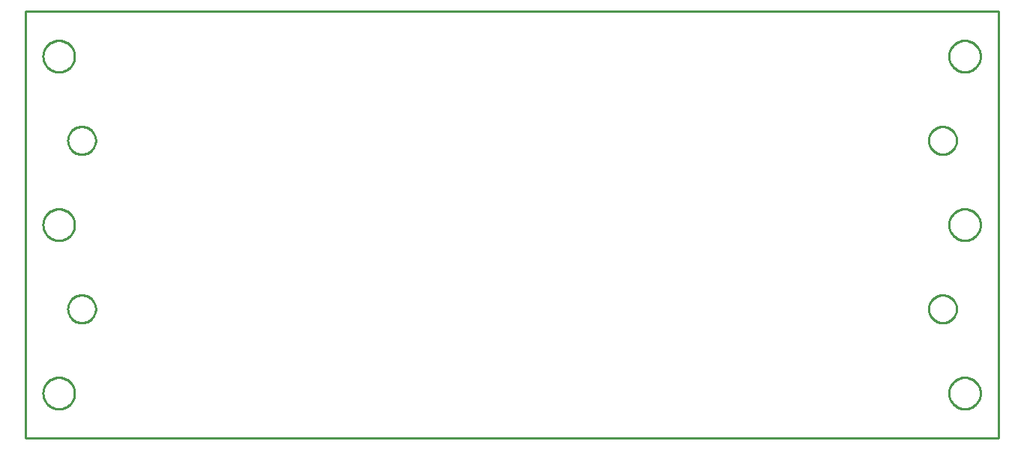
<source format=gko>
G04 EAGLE Gerber RS-274X export*
G75*
%MOMM*%
%FSLAX34Y34*%
%LPD*%
%INBoard Outline*%
%IPPOS*%
%AMOC8*
5,1,8,0,0,1.08239X$1,22.5*%
G01*
%ADD10C,0.000000*%
%ADD11C,0.254000*%


D10*
X0Y0D02*
X1099312Y0D01*
X1099312Y482600D01*
X0Y482600D01*
X0Y0D01*
X47752Y146050D02*
X47757Y146436D01*
X47771Y146823D01*
X47795Y147208D01*
X47828Y147594D01*
X47870Y147978D01*
X47922Y148361D01*
X47984Y148742D01*
X48055Y149122D01*
X48135Y149500D01*
X48224Y149876D01*
X48322Y150250D01*
X48430Y150621D01*
X48547Y150990D01*
X48673Y151355D01*
X48807Y151718D01*
X48951Y152076D01*
X49103Y152432D01*
X49264Y152783D01*
X49434Y153130D01*
X49612Y153474D01*
X49798Y153812D01*
X49992Y154146D01*
X50195Y154475D01*
X50406Y154799D01*
X50625Y155118D01*
X50851Y155431D01*
X51085Y155739D01*
X51327Y156040D01*
X51575Y156336D01*
X51832Y156626D01*
X52095Y156909D01*
X52364Y157186D01*
X52641Y157455D01*
X52924Y157718D01*
X53214Y157975D01*
X53510Y158223D01*
X53811Y158465D01*
X54119Y158699D01*
X54432Y158925D01*
X54751Y159144D01*
X55075Y159355D01*
X55404Y159558D01*
X55738Y159752D01*
X56076Y159938D01*
X56420Y160116D01*
X56767Y160286D01*
X57118Y160447D01*
X57474Y160599D01*
X57832Y160743D01*
X58195Y160877D01*
X58560Y161003D01*
X58929Y161120D01*
X59300Y161228D01*
X59674Y161326D01*
X60050Y161415D01*
X60428Y161495D01*
X60808Y161566D01*
X61189Y161628D01*
X61572Y161680D01*
X61956Y161722D01*
X62342Y161755D01*
X62727Y161779D01*
X63114Y161793D01*
X63500Y161798D01*
X63886Y161793D01*
X64273Y161779D01*
X64658Y161755D01*
X65044Y161722D01*
X65428Y161680D01*
X65811Y161628D01*
X66192Y161566D01*
X66572Y161495D01*
X66950Y161415D01*
X67326Y161326D01*
X67700Y161228D01*
X68071Y161120D01*
X68440Y161003D01*
X68805Y160877D01*
X69168Y160743D01*
X69526Y160599D01*
X69882Y160447D01*
X70233Y160286D01*
X70580Y160116D01*
X70924Y159938D01*
X71262Y159752D01*
X71596Y159558D01*
X71925Y159355D01*
X72249Y159144D01*
X72568Y158925D01*
X72881Y158699D01*
X73189Y158465D01*
X73490Y158223D01*
X73786Y157975D01*
X74076Y157718D01*
X74359Y157455D01*
X74636Y157186D01*
X74905Y156909D01*
X75168Y156626D01*
X75425Y156336D01*
X75673Y156040D01*
X75915Y155739D01*
X76149Y155431D01*
X76375Y155118D01*
X76594Y154799D01*
X76805Y154475D01*
X77008Y154146D01*
X77202Y153812D01*
X77388Y153474D01*
X77566Y153130D01*
X77736Y152783D01*
X77897Y152432D01*
X78049Y152076D01*
X78193Y151718D01*
X78327Y151355D01*
X78453Y150990D01*
X78570Y150621D01*
X78678Y150250D01*
X78776Y149876D01*
X78865Y149500D01*
X78945Y149122D01*
X79016Y148742D01*
X79078Y148361D01*
X79130Y147978D01*
X79172Y147594D01*
X79205Y147208D01*
X79229Y146823D01*
X79243Y146436D01*
X79248Y146050D01*
X79243Y145664D01*
X79229Y145277D01*
X79205Y144892D01*
X79172Y144506D01*
X79130Y144122D01*
X79078Y143739D01*
X79016Y143358D01*
X78945Y142978D01*
X78865Y142600D01*
X78776Y142224D01*
X78678Y141850D01*
X78570Y141479D01*
X78453Y141110D01*
X78327Y140745D01*
X78193Y140382D01*
X78049Y140024D01*
X77897Y139668D01*
X77736Y139317D01*
X77566Y138970D01*
X77388Y138626D01*
X77202Y138288D01*
X77008Y137954D01*
X76805Y137625D01*
X76594Y137301D01*
X76375Y136982D01*
X76149Y136669D01*
X75915Y136361D01*
X75673Y136060D01*
X75425Y135764D01*
X75168Y135474D01*
X74905Y135191D01*
X74636Y134914D01*
X74359Y134645D01*
X74076Y134382D01*
X73786Y134125D01*
X73490Y133877D01*
X73189Y133635D01*
X72881Y133401D01*
X72568Y133175D01*
X72249Y132956D01*
X71925Y132745D01*
X71596Y132542D01*
X71262Y132348D01*
X70924Y132162D01*
X70580Y131984D01*
X70233Y131814D01*
X69882Y131653D01*
X69526Y131501D01*
X69168Y131357D01*
X68805Y131223D01*
X68440Y131097D01*
X68071Y130980D01*
X67700Y130872D01*
X67326Y130774D01*
X66950Y130685D01*
X66572Y130605D01*
X66192Y130534D01*
X65811Y130472D01*
X65428Y130420D01*
X65044Y130378D01*
X64658Y130345D01*
X64273Y130321D01*
X63886Y130307D01*
X63500Y130302D01*
X63114Y130307D01*
X62727Y130321D01*
X62342Y130345D01*
X61956Y130378D01*
X61572Y130420D01*
X61189Y130472D01*
X60808Y130534D01*
X60428Y130605D01*
X60050Y130685D01*
X59674Y130774D01*
X59300Y130872D01*
X58929Y130980D01*
X58560Y131097D01*
X58195Y131223D01*
X57832Y131357D01*
X57474Y131501D01*
X57118Y131653D01*
X56767Y131814D01*
X56420Y131984D01*
X56076Y132162D01*
X55738Y132348D01*
X55404Y132542D01*
X55075Y132745D01*
X54751Y132956D01*
X54432Y133175D01*
X54119Y133401D01*
X53811Y133635D01*
X53510Y133877D01*
X53214Y134125D01*
X52924Y134382D01*
X52641Y134645D01*
X52364Y134914D01*
X52095Y135191D01*
X51832Y135474D01*
X51575Y135764D01*
X51327Y136060D01*
X51085Y136361D01*
X50851Y136669D01*
X50625Y136982D01*
X50406Y137301D01*
X50195Y137625D01*
X49992Y137954D01*
X49798Y138288D01*
X49612Y138626D01*
X49434Y138970D01*
X49264Y139317D01*
X49103Y139668D01*
X48951Y140024D01*
X48807Y140382D01*
X48673Y140745D01*
X48547Y141110D01*
X48430Y141479D01*
X48322Y141850D01*
X48224Y142224D01*
X48135Y142600D01*
X48055Y142978D01*
X47984Y143358D01*
X47922Y143739D01*
X47870Y144122D01*
X47828Y144506D01*
X47795Y144892D01*
X47771Y145277D01*
X47757Y145664D01*
X47752Y146050D01*
X1020064Y146050D02*
X1020069Y146436D01*
X1020083Y146823D01*
X1020107Y147208D01*
X1020140Y147594D01*
X1020182Y147978D01*
X1020234Y148361D01*
X1020296Y148742D01*
X1020367Y149122D01*
X1020447Y149500D01*
X1020536Y149876D01*
X1020634Y150250D01*
X1020742Y150621D01*
X1020859Y150990D01*
X1020985Y151355D01*
X1021119Y151718D01*
X1021263Y152076D01*
X1021415Y152432D01*
X1021576Y152783D01*
X1021746Y153130D01*
X1021924Y153474D01*
X1022110Y153812D01*
X1022304Y154146D01*
X1022507Y154475D01*
X1022718Y154799D01*
X1022937Y155118D01*
X1023163Y155431D01*
X1023397Y155739D01*
X1023639Y156040D01*
X1023887Y156336D01*
X1024144Y156626D01*
X1024407Y156909D01*
X1024676Y157186D01*
X1024953Y157455D01*
X1025236Y157718D01*
X1025526Y157975D01*
X1025822Y158223D01*
X1026123Y158465D01*
X1026431Y158699D01*
X1026744Y158925D01*
X1027063Y159144D01*
X1027387Y159355D01*
X1027716Y159558D01*
X1028050Y159752D01*
X1028388Y159938D01*
X1028732Y160116D01*
X1029079Y160286D01*
X1029430Y160447D01*
X1029786Y160599D01*
X1030144Y160743D01*
X1030507Y160877D01*
X1030872Y161003D01*
X1031241Y161120D01*
X1031612Y161228D01*
X1031986Y161326D01*
X1032362Y161415D01*
X1032740Y161495D01*
X1033120Y161566D01*
X1033501Y161628D01*
X1033884Y161680D01*
X1034268Y161722D01*
X1034654Y161755D01*
X1035039Y161779D01*
X1035426Y161793D01*
X1035812Y161798D01*
X1036198Y161793D01*
X1036585Y161779D01*
X1036970Y161755D01*
X1037356Y161722D01*
X1037740Y161680D01*
X1038123Y161628D01*
X1038504Y161566D01*
X1038884Y161495D01*
X1039262Y161415D01*
X1039638Y161326D01*
X1040012Y161228D01*
X1040383Y161120D01*
X1040752Y161003D01*
X1041117Y160877D01*
X1041480Y160743D01*
X1041838Y160599D01*
X1042194Y160447D01*
X1042545Y160286D01*
X1042892Y160116D01*
X1043236Y159938D01*
X1043574Y159752D01*
X1043908Y159558D01*
X1044237Y159355D01*
X1044561Y159144D01*
X1044880Y158925D01*
X1045193Y158699D01*
X1045501Y158465D01*
X1045802Y158223D01*
X1046098Y157975D01*
X1046388Y157718D01*
X1046671Y157455D01*
X1046948Y157186D01*
X1047217Y156909D01*
X1047480Y156626D01*
X1047737Y156336D01*
X1047985Y156040D01*
X1048227Y155739D01*
X1048461Y155431D01*
X1048687Y155118D01*
X1048906Y154799D01*
X1049117Y154475D01*
X1049320Y154146D01*
X1049514Y153812D01*
X1049700Y153474D01*
X1049878Y153130D01*
X1050048Y152783D01*
X1050209Y152432D01*
X1050361Y152076D01*
X1050505Y151718D01*
X1050639Y151355D01*
X1050765Y150990D01*
X1050882Y150621D01*
X1050990Y150250D01*
X1051088Y149876D01*
X1051177Y149500D01*
X1051257Y149122D01*
X1051328Y148742D01*
X1051390Y148361D01*
X1051442Y147978D01*
X1051484Y147594D01*
X1051517Y147208D01*
X1051541Y146823D01*
X1051555Y146436D01*
X1051560Y146050D01*
X1051555Y145664D01*
X1051541Y145277D01*
X1051517Y144892D01*
X1051484Y144506D01*
X1051442Y144122D01*
X1051390Y143739D01*
X1051328Y143358D01*
X1051257Y142978D01*
X1051177Y142600D01*
X1051088Y142224D01*
X1050990Y141850D01*
X1050882Y141479D01*
X1050765Y141110D01*
X1050639Y140745D01*
X1050505Y140382D01*
X1050361Y140024D01*
X1050209Y139668D01*
X1050048Y139317D01*
X1049878Y138970D01*
X1049700Y138626D01*
X1049514Y138288D01*
X1049320Y137954D01*
X1049117Y137625D01*
X1048906Y137301D01*
X1048687Y136982D01*
X1048461Y136669D01*
X1048227Y136361D01*
X1047985Y136060D01*
X1047737Y135764D01*
X1047480Y135474D01*
X1047217Y135191D01*
X1046948Y134914D01*
X1046671Y134645D01*
X1046388Y134382D01*
X1046098Y134125D01*
X1045802Y133877D01*
X1045501Y133635D01*
X1045193Y133401D01*
X1044880Y133175D01*
X1044561Y132956D01*
X1044237Y132745D01*
X1043908Y132542D01*
X1043574Y132348D01*
X1043236Y132162D01*
X1042892Y131984D01*
X1042545Y131814D01*
X1042194Y131653D01*
X1041838Y131501D01*
X1041480Y131357D01*
X1041117Y131223D01*
X1040752Y131097D01*
X1040383Y130980D01*
X1040012Y130872D01*
X1039638Y130774D01*
X1039262Y130685D01*
X1038884Y130605D01*
X1038504Y130534D01*
X1038123Y130472D01*
X1037740Y130420D01*
X1037356Y130378D01*
X1036970Y130345D01*
X1036585Y130321D01*
X1036198Y130307D01*
X1035812Y130302D01*
X1035426Y130307D01*
X1035039Y130321D01*
X1034654Y130345D01*
X1034268Y130378D01*
X1033884Y130420D01*
X1033501Y130472D01*
X1033120Y130534D01*
X1032740Y130605D01*
X1032362Y130685D01*
X1031986Y130774D01*
X1031612Y130872D01*
X1031241Y130980D01*
X1030872Y131097D01*
X1030507Y131223D01*
X1030144Y131357D01*
X1029786Y131501D01*
X1029430Y131653D01*
X1029079Y131814D01*
X1028732Y131984D01*
X1028388Y132162D01*
X1028050Y132348D01*
X1027716Y132542D01*
X1027387Y132745D01*
X1027063Y132956D01*
X1026744Y133175D01*
X1026431Y133401D01*
X1026123Y133635D01*
X1025822Y133877D01*
X1025526Y134125D01*
X1025236Y134382D01*
X1024953Y134645D01*
X1024676Y134914D01*
X1024407Y135191D01*
X1024144Y135474D01*
X1023887Y135764D01*
X1023639Y136060D01*
X1023397Y136361D01*
X1023163Y136669D01*
X1022937Y136982D01*
X1022718Y137301D01*
X1022507Y137625D01*
X1022304Y137954D01*
X1022110Y138288D01*
X1021924Y138626D01*
X1021746Y138970D01*
X1021576Y139317D01*
X1021415Y139668D01*
X1021263Y140024D01*
X1021119Y140382D01*
X1020985Y140745D01*
X1020859Y141110D01*
X1020742Y141479D01*
X1020634Y141850D01*
X1020536Y142224D01*
X1020447Y142600D01*
X1020367Y142978D01*
X1020296Y143358D01*
X1020234Y143739D01*
X1020182Y144122D01*
X1020140Y144506D01*
X1020107Y144892D01*
X1020083Y145277D01*
X1020069Y145664D01*
X1020064Y146050D01*
X47752Y336550D02*
X47757Y336936D01*
X47771Y337323D01*
X47795Y337708D01*
X47828Y338094D01*
X47870Y338478D01*
X47922Y338861D01*
X47984Y339242D01*
X48055Y339622D01*
X48135Y340000D01*
X48224Y340376D01*
X48322Y340750D01*
X48430Y341121D01*
X48547Y341490D01*
X48673Y341855D01*
X48807Y342218D01*
X48951Y342576D01*
X49103Y342932D01*
X49264Y343283D01*
X49434Y343630D01*
X49612Y343974D01*
X49798Y344312D01*
X49992Y344646D01*
X50195Y344975D01*
X50406Y345299D01*
X50625Y345618D01*
X50851Y345931D01*
X51085Y346239D01*
X51327Y346540D01*
X51575Y346836D01*
X51832Y347126D01*
X52095Y347409D01*
X52364Y347686D01*
X52641Y347955D01*
X52924Y348218D01*
X53214Y348475D01*
X53510Y348723D01*
X53811Y348965D01*
X54119Y349199D01*
X54432Y349425D01*
X54751Y349644D01*
X55075Y349855D01*
X55404Y350058D01*
X55738Y350252D01*
X56076Y350438D01*
X56420Y350616D01*
X56767Y350786D01*
X57118Y350947D01*
X57474Y351099D01*
X57832Y351243D01*
X58195Y351377D01*
X58560Y351503D01*
X58929Y351620D01*
X59300Y351728D01*
X59674Y351826D01*
X60050Y351915D01*
X60428Y351995D01*
X60808Y352066D01*
X61189Y352128D01*
X61572Y352180D01*
X61956Y352222D01*
X62342Y352255D01*
X62727Y352279D01*
X63114Y352293D01*
X63500Y352298D01*
X63886Y352293D01*
X64273Y352279D01*
X64658Y352255D01*
X65044Y352222D01*
X65428Y352180D01*
X65811Y352128D01*
X66192Y352066D01*
X66572Y351995D01*
X66950Y351915D01*
X67326Y351826D01*
X67700Y351728D01*
X68071Y351620D01*
X68440Y351503D01*
X68805Y351377D01*
X69168Y351243D01*
X69526Y351099D01*
X69882Y350947D01*
X70233Y350786D01*
X70580Y350616D01*
X70924Y350438D01*
X71262Y350252D01*
X71596Y350058D01*
X71925Y349855D01*
X72249Y349644D01*
X72568Y349425D01*
X72881Y349199D01*
X73189Y348965D01*
X73490Y348723D01*
X73786Y348475D01*
X74076Y348218D01*
X74359Y347955D01*
X74636Y347686D01*
X74905Y347409D01*
X75168Y347126D01*
X75425Y346836D01*
X75673Y346540D01*
X75915Y346239D01*
X76149Y345931D01*
X76375Y345618D01*
X76594Y345299D01*
X76805Y344975D01*
X77008Y344646D01*
X77202Y344312D01*
X77388Y343974D01*
X77566Y343630D01*
X77736Y343283D01*
X77897Y342932D01*
X78049Y342576D01*
X78193Y342218D01*
X78327Y341855D01*
X78453Y341490D01*
X78570Y341121D01*
X78678Y340750D01*
X78776Y340376D01*
X78865Y340000D01*
X78945Y339622D01*
X79016Y339242D01*
X79078Y338861D01*
X79130Y338478D01*
X79172Y338094D01*
X79205Y337708D01*
X79229Y337323D01*
X79243Y336936D01*
X79248Y336550D01*
X79243Y336164D01*
X79229Y335777D01*
X79205Y335392D01*
X79172Y335006D01*
X79130Y334622D01*
X79078Y334239D01*
X79016Y333858D01*
X78945Y333478D01*
X78865Y333100D01*
X78776Y332724D01*
X78678Y332350D01*
X78570Y331979D01*
X78453Y331610D01*
X78327Y331245D01*
X78193Y330882D01*
X78049Y330524D01*
X77897Y330168D01*
X77736Y329817D01*
X77566Y329470D01*
X77388Y329126D01*
X77202Y328788D01*
X77008Y328454D01*
X76805Y328125D01*
X76594Y327801D01*
X76375Y327482D01*
X76149Y327169D01*
X75915Y326861D01*
X75673Y326560D01*
X75425Y326264D01*
X75168Y325974D01*
X74905Y325691D01*
X74636Y325414D01*
X74359Y325145D01*
X74076Y324882D01*
X73786Y324625D01*
X73490Y324377D01*
X73189Y324135D01*
X72881Y323901D01*
X72568Y323675D01*
X72249Y323456D01*
X71925Y323245D01*
X71596Y323042D01*
X71262Y322848D01*
X70924Y322662D01*
X70580Y322484D01*
X70233Y322314D01*
X69882Y322153D01*
X69526Y322001D01*
X69168Y321857D01*
X68805Y321723D01*
X68440Y321597D01*
X68071Y321480D01*
X67700Y321372D01*
X67326Y321274D01*
X66950Y321185D01*
X66572Y321105D01*
X66192Y321034D01*
X65811Y320972D01*
X65428Y320920D01*
X65044Y320878D01*
X64658Y320845D01*
X64273Y320821D01*
X63886Y320807D01*
X63500Y320802D01*
X63114Y320807D01*
X62727Y320821D01*
X62342Y320845D01*
X61956Y320878D01*
X61572Y320920D01*
X61189Y320972D01*
X60808Y321034D01*
X60428Y321105D01*
X60050Y321185D01*
X59674Y321274D01*
X59300Y321372D01*
X58929Y321480D01*
X58560Y321597D01*
X58195Y321723D01*
X57832Y321857D01*
X57474Y322001D01*
X57118Y322153D01*
X56767Y322314D01*
X56420Y322484D01*
X56076Y322662D01*
X55738Y322848D01*
X55404Y323042D01*
X55075Y323245D01*
X54751Y323456D01*
X54432Y323675D01*
X54119Y323901D01*
X53811Y324135D01*
X53510Y324377D01*
X53214Y324625D01*
X52924Y324882D01*
X52641Y325145D01*
X52364Y325414D01*
X52095Y325691D01*
X51832Y325974D01*
X51575Y326264D01*
X51327Y326560D01*
X51085Y326861D01*
X50851Y327169D01*
X50625Y327482D01*
X50406Y327801D01*
X50195Y328125D01*
X49992Y328454D01*
X49798Y328788D01*
X49612Y329126D01*
X49434Y329470D01*
X49264Y329817D01*
X49103Y330168D01*
X48951Y330524D01*
X48807Y330882D01*
X48673Y331245D01*
X48547Y331610D01*
X48430Y331979D01*
X48322Y332350D01*
X48224Y332724D01*
X48135Y333100D01*
X48055Y333478D01*
X47984Y333858D01*
X47922Y334239D01*
X47870Y334622D01*
X47828Y335006D01*
X47795Y335392D01*
X47771Y335777D01*
X47757Y336164D01*
X47752Y336550D01*
X1020064Y336550D02*
X1020069Y336936D01*
X1020083Y337323D01*
X1020107Y337708D01*
X1020140Y338094D01*
X1020182Y338478D01*
X1020234Y338861D01*
X1020296Y339242D01*
X1020367Y339622D01*
X1020447Y340000D01*
X1020536Y340376D01*
X1020634Y340750D01*
X1020742Y341121D01*
X1020859Y341490D01*
X1020985Y341855D01*
X1021119Y342218D01*
X1021263Y342576D01*
X1021415Y342932D01*
X1021576Y343283D01*
X1021746Y343630D01*
X1021924Y343974D01*
X1022110Y344312D01*
X1022304Y344646D01*
X1022507Y344975D01*
X1022718Y345299D01*
X1022937Y345618D01*
X1023163Y345931D01*
X1023397Y346239D01*
X1023639Y346540D01*
X1023887Y346836D01*
X1024144Y347126D01*
X1024407Y347409D01*
X1024676Y347686D01*
X1024953Y347955D01*
X1025236Y348218D01*
X1025526Y348475D01*
X1025822Y348723D01*
X1026123Y348965D01*
X1026431Y349199D01*
X1026744Y349425D01*
X1027063Y349644D01*
X1027387Y349855D01*
X1027716Y350058D01*
X1028050Y350252D01*
X1028388Y350438D01*
X1028732Y350616D01*
X1029079Y350786D01*
X1029430Y350947D01*
X1029786Y351099D01*
X1030144Y351243D01*
X1030507Y351377D01*
X1030872Y351503D01*
X1031241Y351620D01*
X1031612Y351728D01*
X1031986Y351826D01*
X1032362Y351915D01*
X1032740Y351995D01*
X1033120Y352066D01*
X1033501Y352128D01*
X1033884Y352180D01*
X1034268Y352222D01*
X1034654Y352255D01*
X1035039Y352279D01*
X1035426Y352293D01*
X1035812Y352298D01*
X1036198Y352293D01*
X1036585Y352279D01*
X1036970Y352255D01*
X1037356Y352222D01*
X1037740Y352180D01*
X1038123Y352128D01*
X1038504Y352066D01*
X1038884Y351995D01*
X1039262Y351915D01*
X1039638Y351826D01*
X1040012Y351728D01*
X1040383Y351620D01*
X1040752Y351503D01*
X1041117Y351377D01*
X1041480Y351243D01*
X1041838Y351099D01*
X1042194Y350947D01*
X1042545Y350786D01*
X1042892Y350616D01*
X1043236Y350438D01*
X1043574Y350252D01*
X1043908Y350058D01*
X1044237Y349855D01*
X1044561Y349644D01*
X1044880Y349425D01*
X1045193Y349199D01*
X1045501Y348965D01*
X1045802Y348723D01*
X1046098Y348475D01*
X1046388Y348218D01*
X1046671Y347955D01*
X1046948Y347686D01*
X1047217Y347409D01*
X1047480Y347126D01*
X1047737Y346836D01*
X1047985Y346540D01*
X1048227Y346239D01*
X1048461Y345931D01*
X1048687Y345618D01*
X1048906Y345299D01*
X1049117Y344975D01*
X1049320Y344646D01*
X1049514Y344312D01*
X1049700Y343974D01*
X1049878Y343630D01*
X1050048Y343283D01*
X1050209Y342932D01*
X1050361Y342576D01*
X1050505Y342218D01*
X1050639Y341855D01*
X1050765Y341490D01*
X1050882Y341121D01*
X1050990Y340750D01*
X1051088Y340376D01*
X1051177Y340000D01*
X1051257Y339622D01*
X1051328Y339242D01*
X1051390Y338861D01*
X1051442Y338478D01*
X1051484Y338094D01*
X1051517Y337708D01*
X1051541Y337323D01*
X1051555Y336936D01*
X1051560Y336550D01*
X1051555Y336164D01*
X1051541Y335777D01*
X1051517Y335392D01*
X1051484Y335006D01*
X1051442Y334622D01*
X1051390Y334239D01*
X1051328Y333858D01*
X1051257Y333478D01*
X1051177Y333100D01*
X1051088Y332724D01*
X1050990Y332350D01*
X1050882Y331979D01*
X1050765Y331610D01*
X1050639Y331245D01*
X1050505Y330882D01*
X1050361Y330524D01*
X1050209Y330168D01*
X1050048Y329817D01*
X1049878Y329470D01*
X1049700Y329126D01*
X1049514Y328788D01*
X1049320Y328454D01*
X1049117Y328125D01*
X1048906Y327801D01*
X1048687Y327482D01*
X1048461Y327169D01*
X1048227Y326861D01*
X1047985Y326560D01*
X1047737Y326264D01*
X1047480Y325974D01*
X1047217Y325691D01*
X1046948Y325414D01*
X1046671Y325145D01*
X1046388Y324882D01*
X1046098Y324625D01*
X1045802Y324377D01*
X1045501Y324135D01*
X1045193Y323901D01*
X1044880Y323675D01*
X1044561Y323456D01*
X1044237Y323245D01*
X1043908Y323042D01*
X1043574Y322848D01*
X1043236Y322662D01*
X1042892Y322484D01*
X1042545Y322314D01*
X1042194Y322153D01*
X1041838Y322001D01*
X1041480Y321857D01*
X1041117Y321723D01*
X1040752Y321597D01*
X1040383Y321480D01*
X1040012Y321372D01*
X1039638Y321274D01*
X1039262Y321185D01*
X1038884Y321105D01*
X1038504Y321034D01*
X1038123Y320972D01*
X1037740Y320920D01*
X1037356Y320878D01*
X1036970Y320845D01*
X1036585Y320821D01*
X1036198Y320807D01*
X1035812Y320802D01*
X1035426Y320807D01*
X1035039Y320821D01*
X1034654Y320845D01*
X1034268Y320878D01*
X1033884Y320920D01*
X1033501Y320972D01*
X1033120Y321034D01*
X1032740Y321105D01*
X1032362Y321185D01*
X1031986Y321274D01*
X1031612Y321372D01*
X1031241Y321480D01*
X1030872Y321597D01*
X1030507Y321723D01*
X1030144Y321857D01*
X1029786Y322001D01*
X1029430Y322153D01*
X1029079Y322314D01*
X1028732Y322484D01*
X1028388Y322662D01*
X1028050Y322848D01*
X1027716Y323042D01*
X1027387Y323245D01*
X1027063Y323456D01*
X1026744Y323675D01*
X1026431Y323901D01*
X1026123Y324135D01*
X1025822Y324377D01*
X1025526Y324625D01*
X1025236Y324882D01*
X1024953Y325145D01*
X1024676Y325414D01*
X1024407Y325691D01*
X1024144Y325974D01*
X1023887Y326264D01*
X1023639Y326560D01*
X1023397Y326861D01*
X1023163Y327169D01*
X1022937Y327482D01*
X1022718Y327801D01*
X1022507Y328125D01*
X1022304Y328454D01*
X1022110Y328788D01*
X1021924Y329126D01*
X1021746Y329470D01*
X1021576Y329817D01*
X1021415Y330168D01*
X1021263Y330524D01*
X1021119Y330882D01*
X1020985Y331245D01*
X1020859Y331610D01*
X1020742Y331979D01*
X1020634Y332350D01*
X1020536Y332724D01*
X1020447Y333100D01*
X1020367Y333478D01*
X1020296Y333858D01*
X1020234Y334239D01*
X1020182Y334622D01*
X1020140Y335006D01*
X1020107Y335392D01*
X1020083Y335777D01*
X1020069Y336164D01*
X1020064Y336550D01*
X19812Y241300D02*
X19817Y241736D01*
X19833Y242172D01*
X19860Y242608D01*
X19898Y243043D01*
X19946Y243476D01*
X20004Y243909D01*
X20074Y244340D01*
X20154Y244769D01*
X20244Y245196D01*
X20345Y245620D01*
X20456Y246042D01*
X20578Y246461D01*
X20709Y246877D01*
X20851Y247290D01*
X21003Y247699D01*
X21165Y248104D01*
X21337Y248505D01*
X21519Y248902D01*
X21710Y249294D01*
X21911Y249681D01*
X22122Y250064D01*
X22342Y250441D01*
X22571Y250812D01*
X22808Y251178D01*
X23055Y251538D01*
X23311Y251892D01*
X23575Y252239D01*
X23848Y252580D01*
X24129Y252913D01*
X24418Y253240D01*
X24715Y253560D01*
X25020Y253872D01*
X25332Y254177D01*
X25652Y254474D01*
X25979Y254763D01*
X26312Y255044D01*
X26653Y255317D01*
X27000Y255581D01*
X27354Y255837D01*
X27714Y256084D01*
X28080Y256321D01*
X28451Y256550D01*
X28828Y256770D01*
X29211Y256981D01*
X29598Y257182D01*
X29990Y257373D01*
X30387Y257555D01*
X30788Y257727D01*
X31193Y257889D01*
X31602Y258041D01*
X32015Y258183D01*
X32431Y258314D01*
X32850Y258436D01*
X33272Y258547D01*
X33696Y258648D01*
X34123Y258738D01*
X34552Y258818D01*
X34983Y258888D01*
X35416Y258946D01*
X35849Y258994D01*
X36284Y259032D01*
X36720Y259059D01*
X37156Y259075D01*
X37592Y259080D01*
X38028Y259075D01*
X38464Y259059D01*
X38900Y259032D01*
X39335Y258994D01*
X39768Y258946D01*
X40201Y258888D01*
X40632Y258818D01*
X41061Y258738D01*
X41488Y258648D01*
X41912Y258547D01*
X42334Y258436D01*
X42753Y258314D01*
X43169Y258183D01*
X43582Y258041D01*
X43991Y257889D01*
X44396Y257727D01*
X44797Y257555D01*
X45194Y257373D01*
X45586Y257182D01*
X45973Y256981D01*
X46356Y256770D01*
X46733Y256550D01*
X47104Y256321D01*
X47470Y256084D01*
X47830Y255837D01*
X48184Y255581D01*
X48531Y255317D01*
X48872Y255044D01*
X49205Y254763D01*
X49532Y254474D01*
X49852Y254177D01*
X50164Y253872D01*
X50469Y253560D01*
X50766Y253240D01*
X51055Y252913D01*
X51336Y252580D01*
X51609Y252239D01*
X51873Y251892D01*
X52129Y251538D01*
X52376Y251178D01*
X52613Y250812D01*
X52842Y250441D01*
X53062Y250064D01*
X53273Y249681D01*
X53474Y249294D01*
X53665Y248902D01*
X53847Y248505D01*
X54019Y248104D01*
X54181Y247699D01*
X54333Y247290D01*
X54475Y246877D01*
X54606Y246461D01*
X54728Y246042D01*
X54839Y245620D01*
X54940Y245196D01*
X55030Y244769D01*
X55110Y244340D01*
X55180Y243909D01*
X55238Y243476D01*
X55286Y243043D01*
X55324Y242608D01*
X55351Y242172D01*
X55367Y241736D01*
X55372Y241300D01*
X55367Y240864D01*
X55351Y240428D01*
X55324Y239992D01*
X55286Y239557D01*
X55238Y239124D01*
X55180Y238691D01*
X55110Y238260D01*
X55030Y237831D01*
X54940Y237404D01*
X54839Y236980D01*
X54728Y236558D01*
X54606Y236139D01*
X54475Y235723D01*
X54333Y235310D01*
X54181Y234901D01*
X54019Y234496D01*
X53847Y234095D01*
X53665Y233698D01*
X53474Y233306D01*
X53273Y232919D01*
X53062Y232536D01*
X52842Y232159D01*
X52613Y231788D01*
X52376Y231422D01*
X52129Y231062D01*
X51873Y230708D01*
X51609Y230361D01*
X51336Y230020D01*
X51055Y229687D01*
X50766Y229360D01*
X50469Y229040D01*
X50164Y228728D01*
X49852Y228423D01*
X49532Y228126D01*
X49205Y227837D01*
X48872Y227556D01*
X48531Y227283D01*
X48184Y227019D01*
X47830Y226763D01*
X47470Y226516D01*
X47104Y226279D01*
X46733Y226050D01*
X46356Y225830D01*
X45973Y225619D01*
X45586Y225418D01*
X45194Y225227D01*
X44797Y225045D01*
X44396Y224873D01*
X43991Y224711D01*
X43582Y224559D01*
X43169Y224417D01*
X42753Y224286D01*
X42334Y224164D01*
X41912Y224053D01*
X41488Y223952D01*
X41061Y223862D01*
X40632Y223782D01*
X40201Y223712D01*
X39768Y223654D01*
X39335Y223606D01*
X38900Y223568D01*
X38464Y223541D01*
X38028Y223525D01*
X37592Y223520D01*
X37156Y223525D01*
X36720Y223541D01*
X36284Y223568D01*
X35849Y223606D01*
X35416Y223654D01*
X34983Y223712D01*
X34552Y223782D01*
X34123Y223862D01*
X33696Y223952D01*
X33272Y224053D01*
X32850Y224164D01*
X32431Y224286D01*
X32015Y224417D01*
X31602Y224559D01*
X31193Y224711D01*
X30788Y224873D01*
X30387Y225045D01*
X29990Y225227D01*
X29598Y225418D01*
X29211Y225619D01*
X28828Y225830D01*
X28451Y226050D01*
X28080Y226279D01*
X27714Y226516D01*
X27354Y226763D01*
X27000Y227019D01*
X26653Y227283D01*
X26312Y227556D01*
X25979Y227837D01*
X25652Y228126D01*
X25332Y228423D01*
X25020Y228728D01*
X24715Y229040D01*
X24418Y229360D01*
X24129Y229687D01*
X23848Y230020D01*
X23575Y230361D01*
X23311Y230708D01*
X23055Y231062D01*
X22808Y231422D01*
X22571Y231788D01*
X22342Y232159D01*
X22122Y232536D01*
X21911Y232919D01*
X21710Y233306D01*
X21519Y233698D01*
X21337Y234095D01*
X21165Y234496D01*
X21003Y234901D01*
X20851Y235310D01*
X20709Y235723D01*
X20578Y236139D01*
X20456Y236558D01*
X20345Y236980D01*
X20244Y237404D01*
X20154Y237831D01*
X20074Y238260D01*
X20004Y238691D01*
X19946Y239124D01*
X19898Y239557D01*
X19860Y239992D01*
X19833Y240428D01*
X19817Y240864D01*
X19812Y241300D01*
X1042924Y241300D02*
X1042929Y241736D01*
X1042945Y242172D01*
X1042972Y242608D01*
X1043010Y243043D01*
X1043058Y243476D01*
X1043116Y243909D01*
X1043186Y244340D01*
X1043266Y244769D01*
X1043356Y245196D01*
X1043457Y245620D01*
X1043568Y246042D01*
X1043690Y246461D01*
X1043821Y246877D01*
X1043963Y247290D01*
X1044115Y247699D01*
X1044277Y248104D01*
X1044449Y248505D01*
X1044631Y248902D01*
X1044822Y249294D01*
X1045023Y249681D01*
X1045234Y250064D01*
X1045454Y250441D01*
X1045683Y250812D01*
X1045920Y251178D01*
X1046167Y251538D01*
X1046423Y251892D01*
X1046687Y252239D01*
X1046960Y252580D01*
X1047241Y252913D01*
X1047530Y253240D01*
X1047827Y253560D01*
X1048132Y253872D01*
X1048444Y254177D01*
X1048764Y254474D01*
X1049091Y254763D01*
X1049424Y255044D01*
X1049765Y255317D01*
X1050112Y255581D01*
X1050466Y255837D01*
X1050826Y256084D01*
X1051192Y256321D01*
X1051563Y256550D01*
X1051940Y256770D01*
X1052323Y256981D01*
X1052710Y257182D01*
X1053102Y257373D01*
X1053499Y257555D01*
X1053900Y257727D01*
X1054305Y257889D01*
X1054714Y258041D01*
X1055127Y258183D01*
X1055543Y258314D01*
X1055962Y258436D01*
X1056384Y258547D01*
X1056808Y258648D01*
X1057235Y258738D01*
X1057664Y258818D01*
X1058095Y258888D01*
X1058528Y258946D01*
X1058961Y258994D01*
X1059396Y259032D01*
X1059832Y259059D01*
X1060268Y259075D01*
X1060704Y259080D01*
X1061140Y259075D01*
X1061576Y259059D01*
X1062012Y259032D01*
X1062447Y258994D01*
X1062880Y258946D01*
X1063313Y258888D01*
X1063744Y258818D01*
X1064173Y258738D01*
X1064600Y258648D01*
X1065024Y258547D01*
X1065446Y258436D01*
X1065865Y258314D01*
X1066281Y258183D01*
X1066694Y258041D01*
X1067103Y257889D01*
X1067508Y257727D01*
X1067909Y257555D01*
X1068306Y257373D01*
X1068698Y257182D01*
X1069085Y256981D01*
X1069468Y256770D01*
X1069845Y256550D01*
X1070216Y256321D01*
X1070582Y256084D01*
X1070942Y255837D01*
X1071296Y255581D01*
X1071643Y255317D01*
X1071984Y255044D01*
X1072317Y254763D01*
X1072644Y254474D01*
X1072964Y254177D01*
X1073276Y253872D01*
X1073581Y253560D01*
X1073878Y253240D01*
X1074167Y252913D01*
X1074448Y252580D01*
X1074721Y252239D01*
X1074985Y251892D01*
X1075241Y251538D01*
X1075488Y251178D01*
X1075725Y250812D01*
X1075954Y250441D01*
X1076174Y250064D01*
X1076385Y249681D01*
X1076586Y249294D01*
X1076777Y248902D01*
X1076959Y248505D01*
X1077131Y248104D01*
X1077293Y247699D01*
X1077445Y247290D01*
X1077587Y246877D01*
X1077718Y246461D01*
X1077840Y246042D01*
X1077951Y245620D01*
X1078052Y245196D01*
X1078142Y244769D01*
X1078222Y244340D01*
X1078292Y243909D01*
X1078350Y243476D01*
X1078398Y243043D01*
X1078436Y242608D01*
X1078463Y242172D01*
X1078479Y241736D01*
X1078484Y241300D01*
X1078479Y240864D01*
X1078463Y240428D01*
X1078436Y239992D01*
X1078398Y239557D01*
X1078350Y239124D01*
X1078292Y238691D01*
X1078222Y238260D01*
X1078142Y237831D01*
X1078052Y237404D01*
X1077951Y236980D01*
X1077840Y236558D01*
X1077718Y236139D01*
X1077587Y235723D01*
X1077445Y235310D01*
X1077293Y234901D01*
X1077131Y234496D01*
X1076959Y234095D01*
X1076777Y233698D01*
X1076586Y233306D01*
X1076385Y232919D01*
X1076174Y232536D01*
X1075954Y232159D01*
X1075725Y231788D01*
X1075488Y231422D01*
X1075241Y231062D01*
X1074985Y230708D01*
X1074721Y230361D01*
X1074448Y230020D01*
X1074167Y229687D01*
X1073878Y229360D01*
X1073581Y229040D01*
X1073276Y228728D01*
X1072964Y228423D01*
X1072644Y228126D01*
X1072317Y227837D01*
X1071984Y227556D01*
X1071643Y227283D01*
X1071296Y227019D01*
X1070942Y226763D01*
X1070582Y226516D01*
X1070216Y226279D01*
X1069845Y226050D01*
X1069468Y225830D01*
X1069085Y225619D01*
X1068698Y225418D01*
X1068306Y225227D01*
X1067909Y225045D01*
X1067508Y224873D01*
X1067103Y224711D01*
X1066694Y224559D01*
X1066281Y224417D01*
X1065865Y224286D01*
X1065446Y224164D01*
X1065024Y224053D01*
X1064600Y223952D01*
X1064173Y223862D01*
X1063744Y223782D01*
X1063313Y223712D01*
X1062880Y223654D01*
X1062447Y223606D01*
X1062012Y223568D01*
X1061576Y223541D01*
X1061140Y223525D01*
X1060704Y223520D01*
X1060268Y223525D01*
X1059832Y223541D01*
X1059396Y223568D01*
X1058961Y223606D01*
X1058528Y223654D01*
X1058095Y223712D01*
X1057664Y223782D01*
X1057235Y223862D01*
X1056808Y223952D01*
X1056384Y224053D01*
X1055962Y224164D01*
X1055543Y224286D01*
X1055127Y224417D01*
X1054714Y224559D01*
X1054305Y224711D01*
X1053900Y224873D01*
X1053499Y225045D01*
X1053102Y225227D01*
X1052710Y225418D01*
X1052323Y225619D01*
X1051940Y225830D01*
X1051563Y226050D01*
X1051192Y226279D01*
X1050826Y226516D01*
X1050466Y226763D01*
X1050112Y227019D01*
X1049765Y227283D01*
X1049424Y227556D01*
X1049091Y227837D01*
X1048764Y228126D01*
X1048444Y228423D01*
X1048132Y228728D01*
X1047827Y229040D01*
X1047530Y229360D01*
X1047241Y229687D01*
X1046960Y230020D01*
X1046687Y230361D01*
X1046423Y230708D01*
X1046167Y231062D01*
X1045920Y231422D01*
X1045683Y231788D01*
X1045454Y232159D01*
X1045234Y232536D01*
X1045023Y232919D01*
X1044822Y233306D01*
X1044631Y233698D01*
X1044449Y234095D01*
X1044277Y234496D01*
X1044115Y234901D01*
X1043963Y235310D01*
X1043821Y235723D01*
X1043690Y236139D01*
X1043568Y236558D01*
X1043457Y236980D01*
X1043356Y237404D01*
X1043266Y237831D01*
X1043186Y238260D01*
X1043116Y238691D01*
X1043058Y239124D01*
X1043010Y239557D01*
X1042972Y239992D01*
X1042945Y240428D01*
X1042929Y240864D01*
X1042924Y241300D01*
X19812Y50800D02*
X19817Y51236D01*
X19833Y51672D01*
X19860Y52108D01*
X19898Y52543D01*
X19946Y52976D01*
X20004Y53409D01*
X20074Y53840D01*
X20154Y54269D01*
X20244Y54696D01*
X20345Y55120D01*
X20456Y55542D01*
X20578Y55961D01*
X20709Y56377D01*
X20851Y56790D01*
X21003Y57199D01*
X21165Y57604D01*
X21337Y58005D01*
X21519Y58402D01*
X21710Y58794D01*
X21911Y59181D01*
X22122Y59564D01*
X22342Y59941D01*
X22571Y60312D01*
X22808Y60678D01*
X23055Y61038D01*
X23311Y61392D01*
X23575Y61739D01*
X23848Y62080D01*
X24129Y62413D01*
X24418Y62740D01*
X24715Y63060D01*
X25020Y63372D01*
X25332Y63677D01*
X25652Y63974D01*
X25979Y64263D01*
X26312Y64544D01*
X26653Y64817D01*
X27000Y65081D01*
X27354Y65337D01*
X27714Y65584D01*
X28080Y65821D01*
X28451Y66050D01*
X28828Y66270D01*
X29211Y66481D01*
X29598Y66682D01*
X29990Y66873D01*
X30387Y67055D01*
X30788Y67227D01*
X31193Y67389D01*
X31602Y67541D01*
X32015Y67683D01*
X32431Y67814D01*
X32850Y67936D01*
X33272Y68047D01*
X33696Y68148D01*
X34123Y68238D01*
X34552Y68318D01*
X34983Y68388D01*
X35416Y68446D01*
X35849Y68494D01*
X36284Y68532D01*
X36720Y68559D01*
X37156Y68575D01*
X37592Y68580D01*
X38028Y68575D01*
X38464Y68559D01*
X38900Y68532D01*
X39335Y68494D01*
X39768Y68446D01*
X40201Y68388D01*
X40632Y68318D01*
X41061Y68238D01*
X41488Y68148D01*
X41912Y68047D01*
X42334Y67936D01*
X42753Y67814D01*
X43169Y67683D01*
X43582Y67541D01*
X43991Y67389D01*
X44396Y67227D01*
X44797Y67055D01*
X45194Y66873D01*
X45586Y66682D01*
X45973Y66481D01*
X46356Y66270D01*
X46733Y66050D01*
X47104Y65821D01*
X47470Y65584D01*
X47830Y65337D01*
X48184Y65081D01*
X48531Y64817D01*
X48872Y64544D01*
X49205Y64263D01*
X49532Y63974D01*
X49852Y63677D01*
X50164Y63372D01*
X50469Y63060D01*
X50766Y62740D01*
X51055Y62413D01*
X51336Y62080D01*
X51609Y61739D01*
X51873Y61392D01*
X52129Y61038D01*
X52376Y60678D01*
X52613Y60312D01*
X52842Y59941D01*
X53062Y59564D01*
X53273Y59181D01*
X53474Y58794D01*
X53665Y58402D01*
X53847Y58005D01*
X54019Y57604D01*
X54181Y57199D01*
X54333Y56790D01*
X54475Y56377D01*
X54606Y55961D01*
X54728Y55542D01*
X54839Y55120D01*
X54940Y54696D01*
X55030Y54269D01*
X55110Y53840D01*
X55180Y53409D01*
X55238Y52976D01*
X55286Y52543D01*
X55324Y52108D01*
X55351Y51672D01*
X55367Y51236D01*
X55372Y50800D01*
X55367Y50364D01*
X55351Y49928D01*
X55324Y49492D01*
X55286Y49057D01*
X55238Y48624D01*
X55180Y48191D01*
X55110Y47760D01*
X55030Y47331D01*
X54940Y46904D01*
X54839Y46480D01*
X54728Y46058D01*
X54606Y45639D01*
X54475Y45223D01*
X54333Y44810D01*
X54181Y44401D01*
X54019Y43996D01*
X53847Y43595D01*
X53665Y43198D01*
X53474Y42806D01*
X53273Y42419D01*
X53062Y42036D01*
X52842Y41659D01*
X52613Y41288D01*
X52376Y40922D01*
X52129Y40562D01*
X51873Y40208D01*
X51609Y39861D01*
X51336Y39520D01*
X51055Y39187D01*
X50766Y38860D01*
X50469Y38540D01*
X50164Y38228D01*
X49852Y37923D01*
X49532Y37626D01*
X49205Y37337D01*
X48872Y37056D01*
X48531Y36783D01*
X48184Y36519D01*
X47830Y36263D01*
X47470Y36016D01*
X47104Y35779D01*
X46733Y35550D01*
X46356Y35330D01*
X45973Y35119D01*
X45586Y34918D01*
X45194Y34727D01*
X44797Y34545D01*
X44396Y34373D01*
X43991Y34211D01*
X43582Y34059D01*
X43169Y33917D01*
X42753Y33786D01*
X42334Y33664D01*
X41912Y33553D01*
X41488Y33452D01*
X41061Y33362D01*
X40632Y33282D01*
X40201Y33212D01*
X39768Y33154D01*
X39335Y33106D01*
X38900Y33068D01*
X38464Y33041D01*
X38028Y33025D01*
X37592Y33020D01*
X37156Y33025D01*
X36720Y33041D01*
X36284Y33068D01*
X35849Y33106D01*
X35416Y33154D01*
X34983Y33212D01*
X34552Y33282D01*
X34123Y33362D01*
X33696Y33452D01*
X33272Y33553D01*
X32850Y33664D01*
X32431Y33786D01*
X32015Y33917D01*
X31602Y34059D01*
X31193Y34211D01*
X30788Y34373D01*
X30387Y34545D01*
X29990Y34727D01*
X29598Y34918D01*
X29211Y35119D01*
X28828Y35330D01*
X28451Y35550D01*
X28080Y35779D01*
X27714Y36016D01*
X27354Y36263D01*
X27000Y36519D01*
X26653Y36783D01*
X26312Y37056D01*
X25979Y37337D01*
X25652Y37626D01*
X25332Y37923D01*
X25020Y38228D01*
X24715Y38540D01*
X24418Y38860D01*
X24129Y39187D01*
X23848Y39520D01*
X23575Y39861D01*
X23311Y40208D01*
X23055Y40562D01*
X22808Y40922D01*
X22571Y41288D01*
X22342Y41659D01*
X22122Y42036D01*
X21911Y42419D01*
X21710Y42806D01*
X21519Y43198D01*
X21337Y43595D01*
X21165Y43996D01*
X21003Y44401D01*
X20851Y44810D01*
X20709Y45223D01*
X20578Y45639D01*
X20456Y46058D01*
X20345Y46480D01*
X20244Y46904D01*
X20154Y47331D01*
X20074Y47760D01*
X20004Y48191D01*
X19946Y48624D01*
X19898Y49057D01*
X19860Y49492D01*
X19833Y49928D01*
X19817Y50364D01*
X19812Y50800D01*
X1042924Y50800D02*
X1042929Y51236D01*
X1042945Y51672D01*
X1042972Y52108D01*
X1043010Y52543D01*
X1043058Y52976D01*
X1043116Y53409D01*
X1043186Y53840D01*
X1043266Y54269D01*
X1043356Y54696D01*
X1043457Y55120D01*
X1043568Y55542D01*
X1043690Y55961D01*
X1043821Y56377D01*
X1043963Y56790D01*
X1044115Y57199D01*
X1044277Y57604D01*
X1044449Y58005D01*
X1044631Y58402D01*
X1044822Y58794D01*
X1045023Y59181D01*
X1045234Y59564D01*
X1045454Y59941D01*
X1045683Y60312D01*
X1045920Y60678D01*
X1046167Y61038D01*
X1046423Y61392D01*
X1046687Y61739D01*
X1046960Y62080D01*
X1047241Y62413D01*
X1047530Y62740D01*
X1047827Y63060D01*
X1048132Y63372D01*
X1048444Y63677D01*
X1048764Y63974D01*
X1049091Y64263D01*
X1049424Y64544D01*
X1049765Y64817D01*
X1050112Y65081D01*
X1050466Y65337D01*
X1050826Y65584D01*
X1051192Y65821D01*
X1051563Y66050D01*
X1051940Y66270D01*
X1052323Y66481D01*
X1052710Y66682D01*
X1053102Y66873D01*
X1053499Y67055D01*
X1053900Y67227D01*
X1054305Y67389D01*
X1054714Y67541D01*
X1055127Y67683D01*
X1055543Y67814D01*
X1055962Y67936D01*
X1056384Y68047D01*
X1056808Y68148D01*
X1057235Y68238D01*
X1057664Y68318D01*
X1058095Y68388D01*
X1058528Y68446D01*
X1058961Y68494D01*
X1059396Y68532D01*
X1059832Y68559D01*
X1060268Y68575D01*
X1060704Y68580D01*
X1061140Y68575D01*
X1061576Y68559D01*
X1062012Y68532D01*
X1062447Y68494D01*
X1062880Y68446D01*
X1063313Y68388D01*
X1063744Y68318D01*
X1064173Y68238D01*
X1064600Y68148D01*
X1065024Y68047D01*
X1065446Y67936D01*
X1065865Y67814D01*
X1066281Y67683D01*
X1066694Y67541D01*
X1067103Y67389D01*
X1067508Y67227D01*
X1067909Y67055D01*
X1068306Y66873D01*
X1068698Y66682D01*
X1069085Y66481D01*
X1069468Y66270D01*
X1069845Y66050D01*
X1070216Y65821D01*
X1070582Y65584D01*
X1070942Y65337D01*
X1071296Y65081D01*
X1071643Y64817D01*
X1071984Y64544D01*
X1072317Y64263D01*
X1072644Y63974D01*
X1072964Y63677D01*
X1073276Y63372D01*
X1073581Y63060D01*
X1073878Y62740D01*
X1074167Y62413D01*
X1074448Y62080D01*
X1074721Y61739D01*
X1074985Y61392D01*
X1075241Y61038D01*
X1075488Y60678D01*
X1075725Y60312D01*
X1075954Y59941D01*
X1076174Y59564D01*
X1076385Y59181D01*
X1076586Y58794D01*
X1076777Y58402D01*
X1076959Y58005D01*
X1077131Y57604D01*
X1077293Y57199D01*
X1077445Y56790D01*
X1077587Y56377D01*
X1077718Y55961D01*
X1077840Y55542D01*
X1077951Y55120D01*
X1078052Y54696D01*
X1078142Y54269D01*
X1078222Y53840D01*
X1078292Y53409D01*
X1078350Y52976D01*
X1078398Y52543D01*
X1078436Y52108D01*
X1078463Y51672D01*
X1078479Y51236D01*
X1078484Y50800D01*
X1078479Y50364D01*
X1078463Y49928D01*
X1078436Y49492D01*
X1078398Y49057D01*
X1078350Y48624D01*
X1078292Y48191D01*
X1078222Y47760D01*
X1078142Y47331D01*
X1078052Y46904D01*
X1077951Y46480D01*
X1077840Y46058D01*
X1077718Y45639D01*
X1077587Y45223D01*
X1077445Y44810D01*
X1077293Y44401D01*
X1077131Y43996D01*
X1076959Y43595D01*
X1076777Y43198D01*
X1076586Y42806D01*
X1076385Y42419D01*
X1076174Y42036D01*
X1075954Y41659D01*
X1075725Y41288D01*
X1075488Y40922D01*
X1075241Y40562D01*
X1074985Y40208D01*
X1074721Y39861D01*
X1074448Y39520D01*
X1074167Y39187D01*
X1073878Y38860D01*
X1073581Y38540D01*
X1073276Y38228D01*
X1072964Y37923D01*
X1072644Y37626D01*
X1072317Y37337D01*
X1071984Y37056D01*
X1071643Y36783D01*
X1071296Y36519D01*
X1070942Y36263D01*
X1070582Y36016D01*
X1070216Y35779D01*
X1069845Y35550D01*
X1069468Y35330D01*
X1069085Y35119D01*
X1068698Y34918D01*
X1068306Y34727D01*
X1067909Y34545D01*
X1067508Y34373D01*
X1067103Y34211D01*
X1066694Y34059D01*
X1066281Y33917D01*
X1065865Y33786D01*
X1065446Y33664D01*
X1065024Y33553D01*
X1064600Y33452D01*
X1064173Y33362D01*
X1063744Y33282D01*
X1063313Y33212D01*
X1062880Y33154D01*
X1062447Y33106D01*
X1062012Y33068D01*
X1061576Y33041D01*
X1061140Y33025D01*
X1060704Y33020D01*
X1060268Y33025D01*
X1059832Y33041D01*
X1059396Y33068D01*
X1058961Y33106D01*
X1058528Y33154D01*
X1058095Y33212D01*
X1057664Y33282D01*
X1057235Y33362D01*
X1056808Y33452D01*
X1056384Y33553D01*
X1055962Y33664D01*
X1055543Y33786D01*
X1055127Y33917D01*
X1054714Y34059D01*
X1054305Y34211D01*
X1053900Y34373D01*
X1053499Y34545D01*
X1053102Y34727D01*
X1052710Y34918D01*
X1052323Y35119D01*
X1051940Y35330D01*
X1051563Y35550D01*
X1051192Y35779D01*
X1050826Y36016D01*
X1050466Y36263D01*
X1050112Y36519D01*
X1049765Y36783D01*
X1049424Y37056D01*
X1049091Y37337D01*
X1048764Y37626D01*
X1048444Y37923D01*
X1048132Y38228D01*
X1047827Y38540D01*
X1047530Y38860D01*
X1047241Y39187D01*
X1046960Y39520D01*
X1046687Y39861D01*
X1046423Y40208D01*
X1046167Y40562D01*
X1045920Y40922D01*
X1045683Y41288D01*
X1045454Y41659D01*
X1045234Y42036D01*
X1045023Y42419D01*
X1044822Y42806D01*
X1044631Y43198D01*
X1044449Y43595D01*
X1044277Y43996D01*
X1044115Y44401D01*
X1043963Y44810D01*
X1043821Y45223D01*
X1043690Y45639D01*
X1043568Y46058D01*
X1043457Y46480D01*
X1043356Y46904D01*
X1043266Y47331D01*
X1043186Y47760D01*
X1043116Y48191D01*
X1043058Y48624D01*
X1043010Y49057D01*
X1042972Y49492D01*
X1042945Y49928D01*
X1042929Y50364D01*
X1042924Y50800D01*
X19812Y431800D02*
X19817Y432236D01*
X19833Y432672D01*
X19860Y433108D01*
X19898Y433543D01*
X19946Y433976D01*
X20004Y434409D01*
X20074Y434840D01*
X20154Y435269D01*
X20244Y435696D01*
X20345Y436120D01*
X20456Y436542D01*
X20578Y436961D01*
X20709Y437377D01*
X20851Y437790D01*
X21003Y438199D01*
X21165Y438604D01*
X21337Y439005D01*
X21519Y439402D01*
X21710Y439794D01*
X21911Y440181D01*
X22122Y440564D01*
X22342Y440941D01*
X22571Y441312D01*
X22808Y441678D01*
X23055Y442038D01*
X23311Y442392D01*
X23575Y442739D01*
X23848Y443080D01*
X24129Y443413D01*
X24418Y443740D01*
X24715Y444060D01*
X25020Y444372D01*
X25332Y444677D01*
X25652Y444974D01*
X25979Y445263D01*
X26312Y445544D01*
X26653Y445817D01*
X27000Y446081D01*
X27354Y446337D01*
X27714Y446584D01*
X28080Y446821D01*
X28451Y447050D01*
X28828Y447270D01*
X29211Y447481D01*
X29598Y447682D01*
X29990Y447873D01*
X30387Y448055D01*
X30788Y448227D01*
X31193Y448389D01*
X31602Y448541D01*
X32015Y448683D01*
X32431Y448814D01*
X32850Y448936D01*
X33272Y449047D01*
X33696Y449148D01*
X34123Y449238D01*
X34552Y449318D01*
X34983Y449388D01*
X35416Y449446D01*
X35849Y449494D01*
X36284Y449532D01*
X36720Y449559D01*
X37156Y449575D01*
X37592Y449580D01*
X38028Y449575D01*
X38464Y449559D01*
X38900Y449532D01*
X39335Y449494D01*
X39768Y449446D01*
X40201Y449388D01*
X40632Y449318D01*
X41061Y449238D01*
X41488Y449148D01*
X41912Y449047D01*
X42334Y448936D01*
X42753Y448814D01*
X43169Y448683D01*
X43582Y448541D01*
X43991Y448389D01*
X44396Y448227D01*
X44797Y448055D01*
X45194Y447873D01*
X45586Y447682D01*
X45973Y447481D01*
X46356Y447270D01*
X46733Y447050D01*
X47104Y446821D01*
X47470Y446584D01*
X47830Y446337D01*
X48184Y446081D01*
X48531Y445817D01*
X48872Y445544D01*
X49205Y445263D01*
X49532Y444974D01*
X49852Y444677D01*
X50164Y444372D01*
X50469Y444060D01*
X50766Y443740D01*
X51055Y443413D01*
X51336Y443080D01*
X51609Y442739D01*
X51873Y442392D01*
X52129Y442038D01*
X52376Y441678D01*
X52613Y441312D01*
X52842Y440941D01*
X53062Y440564D01*
X53273Y440181D01*
X53474Y439794D01*
X53665Y439402D01*
X53847Y439005D01*
X54019Y438604D01*
X54181Y438199D01*
X54333Y437790D01*
X54475Y437377D01*
X54606Y436961D01*
X54728Y436542D01*
X54839Y436120D01*
X54940Y435696D01*
X55030Y435269D01*
X55110Y434840D01*
X55180Y434409D01*
X55238Y433976D01*
X55286Y433543D01*
X55324Y433108D01*
X55351Y432672D01*
X55367Y432236D01*
X55372Y431800D01*
X55367Y431364D01*
X55351Y430928D01*
X55324Y430492D01*
X55286Y430057D01*
X55238Y429624D01*
X55180Y429191D01*
X55110Y428760D01*
X55030Y428331D01*
X54940Y427904D01*
X54839Y427480D01*
X54728Y427058D01*
X54606Y426639D01*
X54475Y426223D01*
X54333Y425810D01*
X54181Y425401D01*
X54019Y424996D01*
X53847Y424595D01*
X53665Y424198D01*
X53474Y423806D01*
X53273Y423419D01*
X53062Y423036D01*
X52842Y422659D01*
X52613Y422288D01*
X52376Y421922D01*
X52129Y421562D01*
X51873Y421208D01*
X51609Y420861D01*
X51336Y420520D01*
X51055Y420187D01*
X50766Y419860D01*
X50469Y419540D01*
X50164Y419228D01*
X49852Y418923D01*
X49532Y418626D01*
X49205Y418337D01*
X48872Y418056D01*
X48531Y417783D01*
X48184Y417519D01*
X47830Y417263D01*
X47470Y417016D01*
X47104Y416779D01*
X46733Y416550D01*
X46356Y416330D01*
X45973Y416119D01*
X45586Y415918D01*
X45194Y415727D01*
X44797Y415545D01*
X44396Y415373D01*
X43991Y415211D01*
X43582Y415059D01*
X43169Y414917D01*
X42753Y414786D01*
X42334Y414664D01*
X41912Y414553D01*
X41488Y414452D01*
X41061Y414362D01*
X40632Y414282D01*
X40201Y414212D01*
X39768Y414154D01*
X39335Y414106D01*
X38900Y414068D01*
X38464Y414041D01*
X38028Y414025D01*
X37592Y414020D01*
X37156Y414025D01*
X36720Y414041D01*
X36284Y414068D01*
X35849Y414106D01*
X35416Y414154D01*
X34983Y414212D01*
X34552Y414282D01*
X34123Y414362D01*
X33696Y414452D01*
X33272Y414553D01*
X32850Y414664D01*
X32431Y414786D01*
X32015Y414917D01*
X31602Y415059D01*
X31193Y415211D01*
X30788Y415373D01*
X30387Y415545D01*
X29990Y415727D01*
X29598Y415918D01*
X29211Y416119D01*
X28828Y416330D01*
X28451Y416550D01*
X28080Y416779D01*
X27714Y417016D01*
X27354Y417263D01*
X27000Y417519D01*
X26653Y417783D01*
X26312Y418056D01*
X25979Y418337D01*
X25652Y418626D01*
X25332Y418923D01*
X25020Y419228D01*
X24715Y419540D01*
X24418Y419860D01*
X24129Y420187D01*
X23848Y420520D01*
X23575Y420861D01*
X23311Y421208D01*
X23055Y421562D01*
X22808Y421922D01*
X22571Y422288D01*
X22342Y422659D01*
X22122Y423036D01*
X21911Y423419D01*
X21710Y423806D01*
X21519Y424198D01*
X21337Y424595D01*
X21165Y424996D01*
X21003Y425401D01*
X20851Y425810D01*
X20709Y426223D01*
X20578Y426639D01*
X20456Y427058D01*
X20345Y427480D01*
X20244Y427904D01*
X20154Y428331D01*
X20074Y428760D01*
X20004Y429191D01*
X19946Y429624D01*
X19898Y430057D01*
X19860Y430492D01*
X19833Y430928D01*
X19817Y431364D01*
X19812Y431800D01*
X1042924Y431800D02*
X1042929Y432236D01*
X1042945Y432672D01*
X1042972Y433108D01*
X1043010Y433543D01*
X1043058Y433976D01*
X1043116Y434409D01*
X1043186Y434840D01*
X1043266Y435269D01*
X1043356Y435696D01*
X1043457Y436120D01*
X1043568Y436542D01*
X1043690Y436961D01*
X1043821Y437377D01*
X1043963Y437790D01*
X1044115Y438199D01*
X1044277Y438604D01*
X1044449Y439005D01*
X1044631Y439402D01*
X1044822Y439794D01*
X1045023Y440181D01*
X1045234Y440564D01*
X1045454Y440941D01*
X1045683Y441312D01*
X1045920Y441678D01*
X1046167Y442038D01*
X1046423Y442392D01*
X1046687Y442739D01*
X1046960Y443080D01*
X1047241Y443413D01*
X1047530Y443740D01*
X1047827Y444060D01*
X1048132Y444372D01*
X1048444Y444677D01*
X1048764Y444974D01*
X1049091Y445263D01*
X1049424Y445544D01*
X1049765Y445817D01*
X1050112Y446081D01*
X1050466Y446337D01*
X1050826Y446584D01*
X1051192Y446821D01*
X1051563Y447050D01*
X1051940Y447270D01*
X1052323Y447481D01*
X1052710Y447682D01*
X1053102Y447873D01*
X1053499Y448055D01*
X1053900Y448227D01*
X1054305Y448389D01*
X1054714Y448541D01*
X1055127Y448683D01*
X1055543Y448814D01*
X1055962Y448936D01*
X1056384Y449047D01*
X1056808Y449148D01*
X1057235Y449238D01*
X1057664Y449318D01*
X1058095Y449388D01*
X1058528Y449446D01*
X1058961Y449494D01*
X1059396Y449532D01*
X1059832Y449559D01*
X1060268Y449575D01*
X1060704Y449580D01*
X1061140Y449575D01*
X1061576Y449559D01*
X1062012Y449532D01*
X1062447Y449494D01*
X1062880Y449446D01*
X1063313Y449388D01*
X1063744Y449318D01*
X1064173Y449238D01*
X1064600Y449148D01*
X1065024Y449047D01*
X1065446Y448936D01*
X1065865Y448814D01*
X1066281Y448683D01*
X1066694Y448541D01*
X1067103Y448389D01*
X1067508Y448227D01*
X1067909Y448055D01*
X1068306Y447873D01*
X1068698Y447682D01*
X1069085Y447481D01*
X1069468Y447270D01*
X1069845Y447050D01*
X1070216Y446821D01*
X1070582Y446584D01*
X1070942Y446337D01*
X1071296Y446081D01*
X1071643Y445817D01*
X1071984Y445544D01*
X1072317Y445263D01*
X1072644Y444974D01*
X1072964Y444677D01*
X1073276Y444372D01*
X1073581Y444060D01*
X1073878Y443740D01*
X1074167Y443413D01*
X1074448Y443080D01*
X1074721Y442739D01*
X1074985Y442392D01*
X1075241Y442038D01*
X1075488Y441678D01*
X1075725Y441312D01*
X1075954Y440941D01*
X1076174Y440564D01*
X1076385Y440181D01*
X1076586Y439794D01*
X1076777Y439402D01*
X1076959Y439005D01*
X1077131Y438604D01*
X1077293Y438199D01*
X1077445Y437790D01*
X1077587Y437377D01*
X1077718Y436961D01*
X1077840Y436542D01*
X1077951Y436120D01*
X1078052Y435696D01*
X1078142Y435269D01*
X1078222Y434840D01*
X1078292Y434409D01*
X1078350Y433976D01*
X1078398Y433543D01*
X1078436Y433108D01*
X1078463Y432672D01*
X1078479Y432236D01*
X1078484Y431800D01*
X1078479Y431364D01*
X1078463Y430928D01*
X1078436Y430492D01*
X1078398Y430057D01*
X1078350Y429624D01*
X1078292Y429191D01*
X1078222Y428760D01*
X1078142Y428331D01*
X1078052Y427904D01*
X1077951Y427480D01*
X1077840Y427058D01*
X1077718Y426639D01*
X1077587Y426223D01*
X1077445Y425810D01*
X1077293Y425401D01*
X1077131Y424996D01*
X1076959Y424595D01*
X1076777Y424198D01*
X1076586Y423806D01*
X1076385Y423419D01*
X1076174Y423036D01*
X1075954Y422659D01*
X1075725Y422288D01*
X1075488Y421922D01*
X1075241Y421562D01*
X1074985Y421208D01*
X1074721Y420861D01*
X1074448Y420520D01*
X1074167Y420187D01*
X1073878Y419860D01*
X1073581Y419540D01*
X1073276Y419228D01*
X1072964Y418923D01*
X1072644Y418626D01*
X1072317Y418337D01*
X1071984Y418056D01*
X1071643Y417783D01*
X1071296Y417519D01*
X1070942Y417263D01*
X1070582Y417016D01*
X1070216Y416779D01*
X1069845Y416550D01*
X1069468Y416330D01*
X1069085Y416119D01*
X1068698Y415918D01*
X1068306Y415727D01*
X1067909Y415545D01*
X1067508Y415373D01*
X1067103Y415211D01*
X1066694Y415059D01*
X1066281Y414917D01*
X1065865Y414786D01*
X1065446Y414664D01*
X1065024Y414553D01*
X1064600Y414452D01*
X1064173Y414362D01*
X1063744Y414282D01*
X1063313Y414212D01*
X1062880Y414154D01*
X1062447Y414106D01*
X1062012Y414068D01*
X1061576Y414041D01*
X1061140Y414025D01*
X1060704Y414020D01*
X1060268Y414025D01*
X1059832Y414041D01*
X1059396Y414068D01*
X1058961Y414106D01*
X1058528Y414154D01*
X1058095Y414212D01*
X1057664Y414282D01*
X1057235Y414362D01*
X1056808Y414452D01*
X1056384Y414553D01*
X1055962Y414664D01*
X1055543Y414786D01*
X1055127Y414917D01*
X1054714Y415059D01*
X1054305Y415211D01*
X1053900Y415373D01*
X1053499Y415545D01*
X1053102Y415727D01*
X1052710Y415918D01*
X1052323Y416119D01*
X1051940Y416330D01*
X1051563Y416550D01*
X1051192Y416779D01*
X1050826Y417016D01*
X1050466Y417263D01*
X1050112Y417519D01*
X1049765Y417783D01*
X1049424Y418056D01*
X1049091Y418337D01*
X1048764Y418626D01*
X1048444Y418923D01*
X1048132Y419228D01*
X1047827Y419540D01*
X1047530Y419860D01*
X1047241Y420187D01*
X1046960Y420520D01*
X1046687Y420861D01*
X1046423Y421208D01*
X1046167Y421562D01*
X1045920Y421922D01*
X1045683Y422288D01*
X1045454Y422659D01*
X1045234Y423036D01*
X1045023Y423419D01*
X1044822Y423806D01*
X1044631Y424198D01*
X1044449Y424595D01*
X1044277Y424996D01*
X1044115Y425401D01*
X1043963Y425810D01*
X1043821Y426223D01*
X1043690Y426639D01*
X1043568Y427058D01*
X1043457Y427480D01*
X1043356Y427904D01*
X1043266Y428331D01*
X1043186Y428760D01*
X1043116Y429191D01*
X1043058Y429624D01*
X1043010Y430057D01*
X1042972Y430492D01*
X1042945Y430928D01*
X1042929Y431364D01*
X1042924Y431800D01*
D11*
X0Y0D02*
X1099312Y0D01*
X1099312Y482600D01*
X0Y482600D01*
X0Y0D01*
X79248Y145534D02*
X79181Y144506D01*
X79046Y143483D01*
X78845Y142472D01*
X78578Y141476D01*
X78247Y140500D01*
X77852Y139547D01*
X77396Y138622D01*
X76880Y137730D01*
X76308Y136872D01*
X75680Y136054D01*
X75000Y135279D01*
X74271Y134550D01*
X73496Y133870D01*
X72678Y133242D01*
X71820Y132670D01*
X70928Y132154D01*
X70003Y131698D01*
X69050Y131303D01*
X68074Y130972D01*
X67078Y130705D01*
X66067Y130504D01*
X65044Y130369D01*
X64016Y130302D01*
X62984Y130302D01*
X61956Y130369D01*
X60933Y130504D01*
X59922Y130705D01*
X58926Y130972D01*
X57950Y131303D01*
X56997Y131698D01*
X56072Y132154D01*
X55180Y132670D01*
X54322Y133242D01*
X53504Y133870D01*
X52729Y134550D01*
X52000Y135279D01*
X51320Y136054D01*
X50692Y136872D01*
X50120Y137730D01*
X49604Y138622D01*
X49148Y139547D01*
X48753Y140500D01*
X48422Y141476D01*
X48155Y142472D01*
X47954Y143483D01*
X47819Y144506D01*
X47752Y145534D01*
X47752Y146566D01*
X47819Y147594D01*
X47954Y148617D01*
X48155Y149628D01*
X48422Y150624D01*
X48753Y151600D01*
X49148Y152553D01*
X49604Y153478D01*
X50120Y154370D01*
X50692Y155228D01*
X51320Y156046D01*
X52000Y156821D01*
X52729Y157550D01*
X53504Y158230D01*
X54322Y158858D01*
X55180Y159430D01*
X56072Y159946D01*
X56997Y160402D01*
X57950Y160797D01*
X58926Y161128D01*
X59922Y161395D01*
X60933Y161596D01*
X61956Y161731D01*
X62984Y161798D01*
X64016Y161798D01*
X65044Y161731D01*
X66067Y161596D01*
X67078Y161395D01*
X68074Y161128D01*
X69050Y160797D01*
X70003Y160402D01*
X70928Y159946D01*
X71820Y159430D01*
X72678Y158858D01*
X73496Y158230D01*
X74271Y157550D01*
X75000Y156821D01*
X75680Y156046D01*
X76308Y155228D01*
X76880Y154370D01*
X77396Y153478D01*
X77852Y152553D01*
X78247Y151600D01*
X78578Y150624D01*
X78845Y149628D01*
X79046Y148617D01*
X79181Y147594D01*
X79248Y146566D01*
X79248Y145534D01*
X1051560Y145534D02*
X1051493Y144506D01*
X1051358Y143483D01*
X1051157Y142472D01*
X1050890Y141476D01*
X1050559Y140500D01*
X1050164Y139547D01*
X1049708Y138622D01*
X1049192Y137730D01*
X1048620Y136872D01*
X1047992Y136054D01*
X1047312Y135279D01*
X1046583Y134550D01*
X1045808Y133870D01*
X1044990Y133242D01*
X1044132Y132670D01*
X1043240Y132154D01*
X1042315Y131698D01*
X1041362Y131303D01*
X1040386Y130972D01*
X1039390Y130705D01*
X1038379Y130504D01*
X1037356Y130369D01*
X1036328Y130302D01*
X1035296Y130302D01*
X1034268Y130369D01*
X1033245Y130504D01*
X1032234Y130705D01*
X1031238Y130972D01*
X1030262Y131303D01*
X1029309Y131698D01*
X1028384Y132154D01*
X1027492Y132670D01*
X1026634Y133242D01*
X1025816Y133870D01*
X1025041Y134550D01*
X1024312Y135279D01*
X1023632Y136054D01*
X1023004Y136872D01*
X1022432Y137730D01*
X1021916Y138622D01*
X1021460Y139547D01*
X1021065Y140500D01*
X1020734Y141476D01*
X1020467Y142472D01*
X1020266Y143483D01*
X1020131Y144506D01*
X1020064Y145534D01*
X1020064Y146566D01*
X1020131Y147594D01*
X1020266Y148617D01*
X1020467Y149628D01*
X1020734Y150624D01*
X1021065Y151600D01*
X1021460Y152553D01*
X1021916Y153478D01*
X1022432Y154370D01*
X1023004Y155228D01*
X1023632Y156046D01*
X1024312Y156821D01*
X1025041Y157550D01*
X1025816Y158230D01*
X1026634Y158858D01*
X1027492Y159430D01*
X1028384Y159946D01*
X1029309Y160402D01*
X1030262Y160797D01*
X1031238Y161128D01*
X1032234Y161395D01*
X1033245Y161596D01*
X1034268Y161731D01*
X1035296Y161798D01*
X1036328Y161798D01*
X1037356Y161731D01*
X1038379Y161596D01*
X1039390Y161395D01*
X1040386Y161128D01*
X1041362Y160797D01*
X1042315Y160402D01*
X1043240Y159946D01*
X1044132Y159430D01*
X1044990Y158858D01*
X1045808Y158230D01*
X1046583Y157550D01*
X1047312Y156821D01*
X1047992Y156046D01*
X1048620Y155228D01*
X1049192Y154370D01*
X1049708Y153478D01*
X1050164Y152553D01*
X1050559Y151600D01*
X1050890Y150624D01*
X1051157Y149628D01*
X1051358Y148617D01*
X1051493Y147594D01*
X1051560Y146566D01*
X1051560Y145534D01*
X79248Y336034D02*
X79181Y335006D01*
X79046Y333983D01*
X78845Y332972D01*
X78578Y331976D01*
X78247Y331000D01*
X77852Y330047D01*
X77396Y329122D01*
X76880Y328230D01*
X76308Y327372D01*
X75680Y326554D01*
X75000Y325779D01*
X74271Y325050D01*
X73496Y324370D01*
X72678Y323742D01*
X71820Y323170D01*
X70928Y322654D01*
X70003Y322198D01*
X69050Y321803D01*
X68074Y321472D01*
X67078Y321205D01*
X66067Y321004D01*
X65044Y320869D01*
X64016Y320802D01*
X62984Y320802D01*
X61956Y320869D01*
X60933Y321004D01*
X59922Y321205D01*
X58926Y321472D01*
X57950Y321803D01*
X56997Y322198D01*
X56072Y322654D01*
X55180Y323170D01*
X54322Y323742D01*
X53504Y324370D01*
X52729Y325050D01*
X52000Y325779D01*
X51320Y326554D01*
X50692Y327372D01*
X50120Y328230D01*
X49604Y329122D01*
X49148Y330047D01*
X48753Y331000D01*
X48422Y331976D01*
X48155Y332972D01*
X47954Y333983D01*
X47819Y335006D01*
X47752Y336034D01*
X47752Y337066D01*
X47819Y338094D01*
X47954Y339117D01*
X48155Y340128D01*
X48422Y341124D01*
X48753Y342100D01*
X49148Y343053D01*
X49604Y343978D01*
X50120Y344870D01*
X50692Y345728D01*
X51320Y346546D01*
X52000Y347321D01*
X52729Y348050D01*
X53504Y348730D01*
X54322Y349358D01*
X55180Y349930D01*
X56072Y350446D01*
X56997Y350902D01*
X57950Y351297D01*
X58926Y351628D01*
X59922Y351895D01*
X60933Y352096D01*
X61956Y352231D01*
X62984Y352298D01*
X64016Y352298D01*
X65044Y352231D01*
X66067Y352096D01*
X67078Y351895D01*
X68074Y351628D01*
X69050Y351297D01*
X70003Y350902D01*
X70928Y350446D01*
X71820Y349930D01*
X72678Y349358D01*
X73496Y348730D01*
X74271Y348050D01*
X75000Y347321D01*
X75680Y346546D01*
X76308Y345728D01*
X76880Y344870D01*
X77396Y343978D01*
X77852Y343053D01*
X78247Y342100D01*
X78578Y341124D01*
X78845Y340128D01*
X79046Y339117D01*
X79181Y338094D01*
X79248Y337066D01*
X79248Y336034D01*
X1051560Y336034D02*
X1051493Y335006D01*
X1051358Y333983D01*
X1051157Y332972D01*
X1050890Y331976D01*
X1050559Y331000D01*
X1050164Y330047D01*
X1049708Y329122D01*
X1049192Y328230D01*
X1048620Y327372D01*
X1047992Y326554D01*
X1047312Y325779D01*
X1046583Y325050D01*
X1045808Y324370D01*
X1044990Y323742D01*
X1044132Y323170D01*
X1043240Y322654D01*
X1042315Y322198D01*
X1041362Y321803D01*
X1040386Y321472D01*
X1039390Y321205D01*
X1038379Y321004D01*
X1037356Y320869D01*
X1036328Y320802D01*
X1035296Y320802D01*
X1034268Y320869D01*
X1033245Y321004D01*
X1032234Y321205D01*
X1031238Y321472D01*
X1030262Y321803D01*
X1029309Y322198D01*
X1028384Y322654D01*
X1027492Y323170D01*
X1026634Y323742D01*
X1025816Y324370D01*
X1025041Y325050D01*
X1024312Y325779D01*
X1023632Y326554D01*
X1023004Y327372D01*
X1022432Y328230D01*
X1021916Y329122D01*
X1021460Y330047D01*
X1021065Y331000D01*
X1020734Y331976D01*
X1020467Y332972D01*
X1020266Y333983D01*
X1020131Y335006D01*
X1020064Y336034D01*
X1020064Y337066D01*
X1020131Y338094D01*
X1020266Y339117D01*
X1020467Y340128D01*
X1020734Y341124D01*
X1021065Y342100D01*
X1021460Y343053D01*
X1021916Y343978D01*
X1022432Y344870D01*
X1023004Y345728D01*
X1023632Y346546D01*
X1024312Y347321D01*
X1025041Y348050D01*
X1025816Y348730D01*
X1026634Y349358D01*
X1027492Y349930D01*
X1028384Y350446D01*
X1029309Y350902D01*
X1030262Y351297D01*
X1031238Y351628D01*
X1032234Y351895D01*
X1033245Y352096D01*
X1034268Y352231D01*
X1035296Y352298D01*
X1036328Y352298D01*
X1037356Y352231D01*
X1038379Y352096D01*
X1039390Y351895D01*
X1040386Y351628D01*
X1041362Y351297D01*
X1042315Y350902D01*
X1043240Y350446D01*
X1044132Y349930D01*
X1044990Y349358D01*
X1045808Y348730D01*
X1046583Y348050D01*
X1047312Y347321D01*
X1047992Y346546D01*
X1048620Y345728D01*
X1049192Y344870D01*
X1049708Y343978D01*
X1050164Y343053D01*
X1050559Y342100D01*
X1050890Y341124D01*
X1051157Y340128D01*
X1051358Y339117D01*
X1051493Y338094D01*
X1051560Y337066D01*
X1051560Y336034D01*
X55372Y240718D02*
X55296Y239556D01*
X55144Y238402D01*
X54917Y237260D01*
X54616Y236136D01*
X54241Y235034D01*
X53796Y233958D01*
X53281Y232914D01*
X52699Y231906D01*
X52052Y230938D01*
X51344Y230014D01*
X50576Y229139D01*
X49753Y228316D01*
X48878Y227549D01*
X47954Y226840D01*
X46986Y226193D01*
X45978Y225611D01*
X44934Y225096D01*
X43858Y224651D01*
X42756Y224277D01*
X41632Y223975D01*
X40490Y223748D01*
X39336Y223596D01*
X38174Y223520D01*
X37010Y223520D01*
X35848Y223596D01*
X34694Y223748D01*
X33552Y223975D01*
X32428Y224277D01*
X31326Y224651D01*
X30250Y225096D01*
X29206Y225611D01*
X28198Y226193D01*
X27230Y226840D01*
X26306Y227549D01*
X25431Y228316D01*
X24608Y229139D01*
X23841Y230014D01*
X23132Y230938D01*
X22485Y231906D01*
X21903Y232914D01*
X21388Y233958D01*
X20943Y235034D01*
X20569Y236136D01*
X20267Y237260D01*
X20040Y238402D01*
X19888Y239556D01*
X19812Y240718D01*
X19812Y241882D01*
X19888Y243044D01*
X20040Y244198D01*
X20267Y245340D01*
X20569Y246464D01*
X20943Y247566D01*
X21388Y248642D01*
X21903Y249686D01*
X22485Y250694D01*
X23132Y251662D01*
X23841Y252586D01*
X24608Y253461D01*
X25431Y254284D01*
X26306Y255052D01*
X27230Y255760D01*
X28198Y256407D01*
X29206Y256989D01*
X30250Y257504D01*
X31326Y257949D01*
X32428Y258324D01*
X33552Y258625D01*
X34694Y258852D01*
X35848Y259004D01*
X37010Y259080D01*
X38174Y259080D01*
X39336Y259004D01*
X40490Y258852D01*
X41632Y258625D01*
X42756Y258324D01*
X43858Y257949D01*
X44934Y257504D01*
X45978Y256989D01*
X46986Y256407D01*
X47954Y255760D01*
X48878Y255052D01*
X49753Y254284D01*
X50576Y253461D01*
X51344Y252586D01*
X52052Y251662D01*
X52699Y250694D01*
X53281Y249686D01*
X53796Y248642D01*
X54241Y247566D01*
X54616Y246464D01*
X54917Y245340D01*
X55144Y244198D01*
X55296Y243044D01*
X55372Y241882D01*
X55372Y240718D01*
X1078484Y240718D02*
X1078408Y239556D01*
X1078256Y238402D01*
X1078029Y237260D01*
X1077728Y236136D01*
X1077353Y235034D01*
X1076908Y233958D01*
X1076393Y232914D01*
X1075811Y231906D01*
X1075164Y230938D01*
X1074456Y230014D01*
X1073688Y229139D01*
X1072865Y228316D01*
X1071990Y227549D01*
X1071066Y226840D01*
X1070098Y226193D01*
X1069090Y225611D01*
X1068046Y225096D01*
X1066970Y224651D01*
X1065868Y224277D01*
X1064744Y223975D01*
X1063602Y223748D01*
X1062448Y223596D01*
X1061286Y223520D01*
X1060122Y223520D01*
X1058960Y223596D01*
X1057806Y223748D01*
X1056664Y223975D01*
X1055540Y224277D01*
X1054438Y224651D01*
X1053362Y225096D01*
X1052318Y225611D01*
X1051310Y226193D01*
X1050342Y226840D01*
X1049418Y227549D01*
X1048543Y228316D01*
X1047720Y229139D01*
X1046953Y230014D01*
X1046244Y230938D01*
X1045597Y231906D01*
X1045015Y232914D01*
X1044500Y233958D01*
X1044055Y235034D01*
X1043681Y236136D01*
X1043379Y237260D01*
X1043152Y238402D01*
X1043000Y239556D01*
X1042924Y240718D01*
X1042924Y241882D01*
X1043000Y243044D01*
X1043152Y244198D01*
X1043379Y245340D01*
X1043681Y246464D01*
X1044055Y247566D01*
X1044500Y248642D01*
X1045015Y249686D01*
X1045597Y250694D01*
X1046244Y251662D01*
X1046953Y252586D01*
X1047720Y253461D01*
X1048543Y254284D01*
X1049418Y255052D01*
X1050342Y255760D01*
X1051310Y256407D01*
X1052318Y256989D01*
X1053362Y257504D01*
X1054438Y257949D01*
X1055540Y258324D01*
X1056664Y258625D01*
X1057806Y258852D01*
X1058960Y259004D01*
X1060122Y259080D01*
X1061286Y259080D01*
X1062448Y259004D01*
X1063602Y258852D01*
X1064744Y258625D01*
X1065868Y258324D01*
X1066970Y257949D01*
X1068046Y257504D01*
X1069090Y256989D01*
X1070098Y256407D01*
X1071066Y255760D01*
X1071990Y255052D01*
X1072865Y254284D01*
X1073688Y253461D01*
X1074456Y252586D01*
X1075164Y251662D01*
X1075811Y250694D01*
X1076393Y249686D01*
X1076908Y248642D01*
X1077353Y247566D01*
X1077728Y246464D01*
X1078029Y245340D01*
X1078256Y244198D01*
X1078408Y243044D01*
X1078484Y241882D01*
X1078484Y240718D01*
X55372Y50218D02*
X55296Y49056D01*
X55144Y47902D01*
X54917Y46760D01*
X54616Y45636D01*
X54241Y44534D01*
X53796Y43458D01*
X53281Y42414D01*
X52699Y41406D01*
X52052Y40438D01*
X51344Y39514D01*
X50576Y38639D01*
X49753Y37816D01*
X48878Y37049D01*
X47954Y36340D01*
X46986Y35693D01*
X45978Y35111D01*
X44934Y34596D01*
X43858Y34151D01*
X42756Y33777D01*
X41632Y33475D01*
X40490Y33248D01*
X39336Y33096D01*
X38174Y33020D01*
X37010Y33020D01*
X35848Y33096D01*
X34694Y33248D01*
X33552Y33475D01*
X32428Y33777D01*
X31326Y34151D01*
X30250Y34596D01*
X29206Y35111D01*
X28198Y35693D01*
X27230Y36340D01*
X26306Y37049D01*
X25431Y37816D01*
X24608Y38639D01*
X23841Y39514D01*
X23132Y40438D01*
X22485Y41406D01*
X21903Y42414D01*
X21388Y43458D01*
X20943Y44534D01*
X20569Y45636D01*
X20267Y46760D01*
X20040Y47902D01*
X19888Y49056D01*
X19812Y50218D01*
X19812Y51382D01*
X19888Y52544D01*
X20040Y53698D01*
X20267Y54840D01*
X20569Y55964D01*
X20943Y57066D01*
X21388Y58142D01*
X21903Y59186D01*
X22485Y60194D01*
X23132Y61162D01*
X23841Y62086D01*
X24608Y62961D01*
X25431Y63784D01*
X26306Y64552D01*
X27230Y65260D01*
X28198Y65907D01*
X29206Y66489D01*
X30250Y67004D01*
X31326Y67449D01*
X32428Y67824D01*
X33552Y68125D01*
X34694Y68352D01*
X35848Y68504D01*
X37010Y68580D01*
X38174Y68580D01*
X39336Y68504D01*
X40490Y68352D01*
X41632Y68125D01*
X42756Y67824D01*
X43858Y67449D01*
X44934Y67004D01*
X45978Y66489D01*
X46986Y65907D01*
X47954Y65260D01*
X48878Y64552D01*
X49753Y63784D01*
X50576Y62961D01*
X51344Y62086D01*
X52052Y61162D01*
X52699Y60194D01*
X53281Y59186D01*
X53796Y58142D01*
X54241Y57066D01*
X54616Y55964D01*
X54917Y54840D01*
X55144Y53698D01*
X55296Y52544D01*
X55372Y51382D01*
X55372Y50218D01*
X1078484Y50218D02*
X1078408Y49056D01*
X1078256Y47902D01*
X1078029Y46760D01*
X1077728Y45636D01*
X1077353Y44534D01*
X1076908Y43458D01*
X1076393Y42414D01*
X1075811Y41406D01*
X1075164Y40438D01*
X1074456Y39514D01*
X1073688Y38639D01*
X1072865Y37816D01*
X1071990Y37049D01*
X1071066Y36340D01*
X1070098Y35693D01*
X1069090Y35111D01*
X1068046Y34596D01*
X1066970Y34151D01*
X1065868Y33777D01*
X1064744Y33475D01*
X1063602Y33248D01*
X1062448Y33096D01*
X1061286Y33020D01*
X1060122Y33020D01*
X1058960Y33096D01*
X1057806Y33248D01*
X1056664Y33475D01*
X1055540Y33777D01*
X1054438Y34151D01*
X1053362Y34596D01*
X1052318Y35111D01*
X1051310Y35693D01*
X1050342Y36340D01*
X1049418Y37049D01*
X1048543Y37816D01*
X1047720Y38639D01*
X1046953Y39514D01*
X1046244Y40438D01*
X1045597Y41406D01*
X1045015Y42414D01*
X1044500Y43458D01*
X1044055Y44534D01*
X1043681Y45636D01*
X1043379Y46760D01*
X1043152Y47902D01*
X1043000Y49056D01*
X1042924Y50218D01*
X1042924Y51382D01*
X1043000Y52544D01*
X1043152Y53698D01*
X1043379Y54840D01*
X1043681Y55964D01*
X1044055Y57066D01*
X1044500Y58142D01*
X1045015Y59186D01*
X1045597Y60194D01*
X1046244Y61162D01*
X1046953Y62086D01*
X1047720Y62961D01*
X1048543Y63784D01*
X1049418Y64552D01*
X1050342Y65260D01*
X1051310Y65907D01*
X1052318Y66489D01*
X1053362Y67004D01*
X1054438Y67449D01*
X1055540Y67824D01*
X1056664Y68125D01*
X1057806Y68352D01*
X1058960Y68504D01*
X1060122Y68580D01*
X1061286Y68580D01*
X1062448Y68504D01*
X1063602Y68352D01*
X1064744Y68125D01*
X1065868Y67824D01*
X1066970Y67449D01*
X1068046Y67004D01*
X1069090Y66489D01*
X1070098Y65907D01*
X1071066Y65260D01*
X1071990Y64552D01*
X1072865Y63784D01*
X1073688Y62961D01*
X1074456Y62086D01*
X1075164Y61162D01*
X1075811Y60194D01*
X1076393Y59186D01*
X1076908Y58142D01*
X1077353Y57066D01*
X1077728Y55964D01*
X1078029Y54840D01*
X1078256Y53698D01*
X1078408Y52544D01*
X1078484Y51382D01*
X1078484Y50218D01*
X55372Y431218D02*
X55296Y430056D01*
X55144Y428902D01*
X54917Y427760D01*
X54616Y426636D01*
X54241Y425534D01*
X53796Y424458D01*
X53281Y423414D01*
X52699Y422406D01*
X52052Y421438D01*
X51344Y420514D01*
X50576Y419639D01*
X49753Y418816D01*
X48878Y418049D01*
X47954Y417340D01*
X46986Y416693D01*
X45978Y416111D01*
X44934Y415596D01*
X43858Y415151D01*
X42756Y414777D01*
X41632Y414475D01*
X40490Y414248D01*
X39336Y414096D01*
X38174Y414020D01*
X37010Y414020D01*
X35848Y414096D01*
X34694Y414248D01*
X33552Y414475D01*
X32428Y414777D01*
X31326Y415151D01*
X30250Y415596D01*
X29206Y416111D01*
X28198Y416693D01*
X27230Y417340D01*
X26306Y418049D01*
X25431Y418816D01*
X24608Y419639D01*
X23841Y420514D01*
X23132Y421438D01*
X22485Y422406D01*
X21903Y423414D01*
X21388Y424458D01*
X20943Y425534D01*
X20569Y426636D01*
X20267Y427760D01*
X20040Y428902D01*
X19888Y430056D01*
X19812Y431218D01*
X19812Y432382D01*
X19888Y433544D01*
X20040Y434698D01*
X20267Y435840D01*
X20569Y436964D01*
X20943Y438066D01*
X21388Y439142D01*
X21903Y440186D01*
X22485Y441194D01*
X23132Y442162D01*
X23841Y443086D01*
X24608Y443961D01*
X25431Y444784D01*
X26306Y445552D01*
X27230Y446260D01*
X28198Y446907D01*
X29206Y447489D01*
X30250Y448004D01*
X31326Y448449D01*
X32428Y448824D01*
X33552Y449125D01*
X34694Y449352D01*
X35848Y449504D01*
X37010Y449580D01*
X38174Y449580D01*
X39336Y449504D01*
X40490Y449352D01*
X41632Y449125D01*
X42756Y448824D01*
X43858Y448449D01*
X44934Y448004D01*
X45978Y447489D01*
X46986Y446907D01*
X47954Y446260D01*
X48878Y445552D01*
X49753Y444784D01*
X50576Y443961D01*
X51344Y443086D01*
X52052Y442162D01*
X52699Y441194D01*
X53281Y440186D01*
X53796Y439142D01*
X54241Y438066D01*
X54616Y436964D01*
X54917Y435840D01*
X55144Y434698D01*
X55296Y433544D01*
X55372Y432382D01*
X55372Y431218D01*
X1078484Y431218D02*
X1078408Y430056D01*
X1078256Y428902D01*
X1078029Y427760D01*
X1077728Y426636D01*
X1077353Y425534D01*
X1076908Y424458D01*
X1076393Y423414D01*
X1075811Y422406D01*
X1075164Y421438D01*
X1074456Y420514D01*
X1073688Y419639D01*
X1072865Y418816D01*
X1071990Y418049D01*
X1071066Y417340D01*
X1070098Y416693D01*
X1069090Y416111D01*
X1068046Y415596D01*
X1066970Y415151D01*
X1065868Y414777D01*
X1064744Y414475D01*
X1063602Y414248D01*
X1062448Y414096D01*
X1061286Y414020D01*
X1060122Y414020D01*
X1058960Y414096D01*
X1057806Y414248D01*
X1056664Y414475D01*
X1055540Y414777D01*
X1054438Y415151D01*
X1053362Y415596D01*
X1052318Y416111D01*
X1051310Y416693D01*
X1050342Y417340D01*
X1049418Y418049D01*
X1048543Y418816D01*
X1047720Y419639D01*
X1046953Y420514D01*
X1046244Y421438D01*
X1045597Y422406D01*
X1045015Y423414D01*
X1044500Y424458D01*
X1044055Y425534D01*
X1043681Y426636D01*
X1043379Y427760D01*
X1043152Y428902D01*
X1043000Y430056D01*
X1042924Y431218D01*
X1042924Y432382D01*
X1043000Y433544D01*
X1043152Y434698D01*
X1043379Y435840D01*
X1043681Y436964D01*
X1044055Y438066D01*
X1044500Y439142D01*
X1045015Y440186D01*
X1045597Y441194D01*
X1046244Y442162D01*
X1046953Y443086D01*
X1047720Y443961D01*
X1048543Y444784D01*
X1049418Y445552D01*
X1050342Y446260D01*
X1051310Y446907D01*
X1052318Y447489D01*
X1053362Y448004D01*
X1054438Y448449D01*
X1055540Y448824D01*
X1056664Y449125D01*
X1057806Y449352D01*
X1058960Y449504D01*
X1060122Y449580D01*
X1061286Y449580D01*
X1062448Y449504D01*
X1063602Y449352D01*
X1064744Y449125D01*
X1065868Y448824D01*
X1066970Y448449D01*
X1068046Y448004D01*
X1069090Y447489D01*
X1070098Y446907D01*
X1071066Y446260D01*
X1071990Y445552D01*
X1072865Y444784D01*
X1073688Y443961D01*
X1074456Y443086D01*
X1075164Y442162D01*
X1075811Y441194D01*
X1076393Y440186D01*
X1076908Y439142D01*
X1077353Y438066D01*
X1077728Y436964D01*
X1078029Y435840D01*
X1078256Y434698D01*
X1078408Y433544D01*
X1078484Y432382D01*
X1078484Y431218D01*
M02*

</source>
